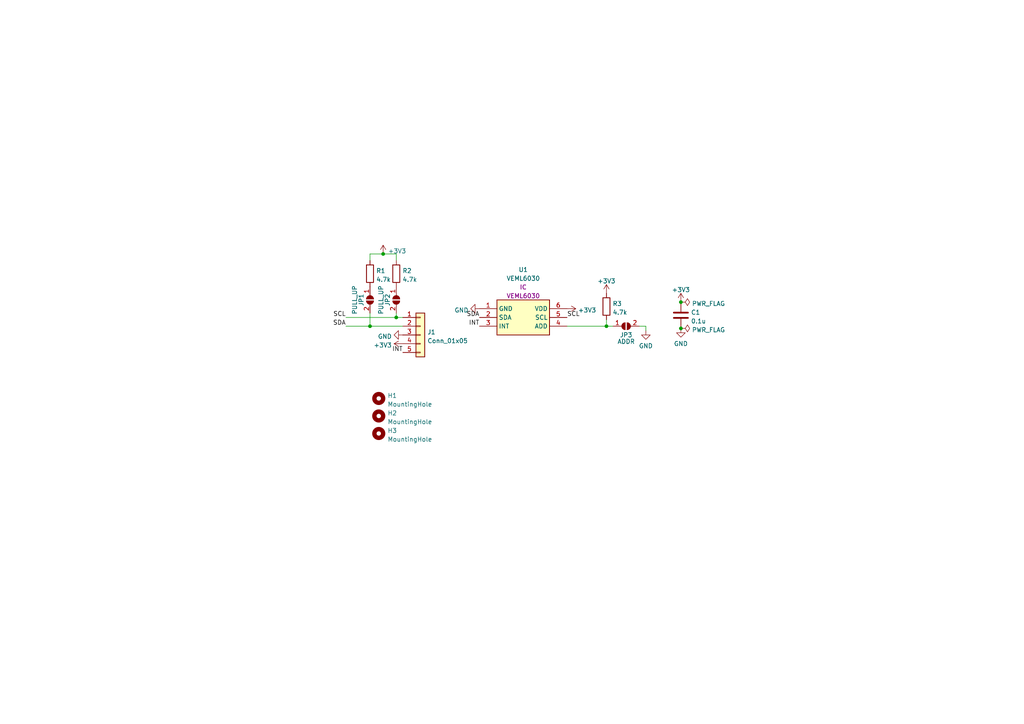
<source format=kicad_sch>
(kicad_sch (version 20211123) (generator eeschema)
  (paper "A4")
  (title_block (title "VEML6030 Breakout Board") (date "2024-05-09") (company "KIKS"))
  (lib_symbols
    (symbol "Connector_Generic:Conn_01x05" (pin_names (offset 1.016) hide)
      (property "Reference" "J" (at 0 7.62 0))
      (property "Value" "Conn_01x05" (at 0 -7.62 0))
      (symbol "Conn_01x05_1_1"
        (rectangle (start -1.27 -4.953) (end 0 -5.207) (stroke (width 0.1524)))
        (rectangle (start -1.27 -2.413) (end 0 -2.667) (stroke (width 0.1524)))
        (rectangle (start -1.27 0.127) (end 0 -0.127) (stroke (width 0.1524)))
        (rectangle (start -1.27 2.667) (end 0 2.413) (stroke (width 0.1524)))
        (rectangle (start -1.27 5.207) (end 0 4.953) (stroke (width 0.1524)))
        (rectangle (start -1.27 6.35) (end 1.27 -6.35) (stroke (width 0.254)) (fill (type background)))
        (pin passive line (at -5.08 5.08 0) (length 3.81) (name "Pin_1") (number "1"))
        (pin passive line (at -5.08 2.54 0) (length 3.81) (name "Pin_2") (number "2"))
        (pin passive line (at -5.08 0 0) (length 3.81) (name "Pin_3") (number "3"))
        (pin passive line (at -5.08 -2.54 0) (length 3.81) (name "Pin_4") (number "4"))
        (pin passive line (at -5.08 -5.08 0) (length 3.81) (name "Pin_5") (number "5"))
      )
    )
    (symbol "Device:C" (pin_numbers hide) (pin_names (offset 0.254))
      (property "Reference" "C" (at 0.635 2.54 0))
      (property "Value" "C" (at 0.635 -2.54 0))
      (symbol "C_0_1"
        (polyline (pts (xy -2.032 -0.762) (xy 2.032 -0.762)) (stroke (width 0.508)))
        (polyline (pts (xy -2.032 0.762) (xy 2.032 0.762)) (stroke (width 0.508)))
      )
      (symbol "C_1_1"
        (pin passive line (at 0 3.81 270) (length 2.794) (name "~") (number "1"))
        (pin passive line (at 0 -3.81 90) (length 2.794) (name "~") (number "2"))
      )
    )
    (symbol "Device:R" (pin_numbers hide) (pin_names (offset 0))
      (property "Reference" "R" (at 2.032 0 90))
      (property "Value" "R" (at 0 0 90))
      (symbol "R_0_1"
        (rectangle (start -1.016 -2.54) (end 1.016 2.54) (stroke (width 0.254)))
      )
      (symbol "R_1_1"
        (pin passive line (at 0 3.81 270) (length 1.27) (name "~") (number "1"))
        (pin passive line (at 0 -3.81 90) (length 1.27) (name "~") (number "2"))
      )
    )
    (symbol "Jumper:SolderJumper_2_Open" (pin_names (offset 0) hide)
      (property "Reference" "JP" (at 0 2.032 0))
      (property "Value" "SolderJumper_2_Open" (at 0 -2.54 0))
      (symbol "SolderJumper_2_Open_0_1"
        (arc (start -0.254 1.016) (mid -1.27 0) (end -0.254 -1.016))
        (arc (start -0.254 1.016) (mid -1.27 0) (end -0.254 -1.016) (fill (type outline)))
        (polyline (pts (xy -0.254 1.016) (xy -0.254 -1.016)))
        (polyline (pts (xy 0.254 1.016) (xy 0.254 -1.016)))
        (arc (start 0.254 -1.016) (mid 1.27 0) (end 0.254 1.016))
        (arc (start 0.254 -1.016) (mid 1.27 0) (end 0.254 1.016) (fill (type outline)))
      )
      (symbol "SolderJumper_2_Open_1_1"
        (pin passive line (at -3.81 0 0) (length 2.54) (name "A") (number "1"))
        (pin passive line (at 3.81 0 180) (length 2.54) (name "B") (number "2"))
      )
    )
    (symbol "Mechanical:MountingHole" (pin_names (offset 1.016))
      (property "Reference" "H" (at 0 5.08 0))
      (property "Value" "MountingHole" (at 0 3.175 0))
      (symbol "MountingHole_0_1"
        (circle (center 0 0) (radius 1.27) (stroke (width 1.27)))
      )
    )
    (symbol "illumi_sens:VEML6030"
      (property "Value" "VEML6030" (at 0 0 0))
      (property "Reference_1" "IC" (at 21.59 7.62 0))
      (property "Value_1" "VEML6030" (at 21.59 5.08 0))
      (symbol "VEML6030_1_1"
        (rectangle (start 5.08 2.54) (end 20.32 -7.62) (stroke (width 0.254)) (fill (type background)))
        (pin passive line (at 0 0 0) (length 5.08) (name "GND") (number "1"))
        (pin passive line (at 0 -2.54 0) (length 5.08) (name "SDA") (number "2"))
        (pin passive line (at 0 -5.08 0) (length 5.08) (name "INT") (number "3"))
        (pin passive line (at 25.4 -5.08 180) (length 5.08) (name "ADD") (number "4"))
        (pin passive line (at 25.4 -2.54 180) (length 5.08) (name "SCL") (number "5"))
        (pin passive line (at 25.4 0 180) (length 5.08) (name "VDD") (number "6"))
      )
    )
    (symbol "power:+3V3" (power) (pin_names (offset 0))
      (property "Value" "+3V3" (at 0 3.556 0))
      (symbol "+3V3_0_1"
        (polyline (pts (xy -0.762 1.27) (xy 0 2.54)))
        (polyline (pts (xy 0 0) (xy 0 2.54)))
        (polyline (pts (xy 0 2.54) (xy 0.762 1.27)))
      )
      (symbol "+3V3_1_1"
        (pin power_in line (at 0 0 90) (length 0) hide (name "+3V3") (number "1"))
      )
    )
    (symbol "power:GND" (power) (pin_names (offset 0))
      (property "Value" "GND" (at 0 -3.81 0))
      (symbol "GND_0_1"
        (polyline (pts (xy 0 0) (xy 0 -1.27) (xy 1.27 -1.27) (xy 0 -2.54) (xy -1.27 -1.27) (xy 0 -1.27)))
      )
      (symbol "GND_1_1"
        (pin power_in line (at 0 0 270) (length 0) hide (name "GND") (number "1"))
      )
    )
    (symbol "power:PWR_FLAG" (power) (pin_numbers hide) (pin_names (offset 0) hide)
      (property "Value" "PWR_FLAG" (at 0 3.81 0))
      (symbol "PWR_FLAG_0_0"
        (pin power_out line (at 0 0 90) (length 0) (name "pwr") (number "1"))
      )
      (symbol "PWR_FLAG_0_1"
        (polyline (pts (xy 0 0) (xy 0 1.27) (xy -1.016 1.905) (xy 0 2.54) (xy 1.016 1.905) (xy 0 1.27)))
      )
    )
  )
  (junction (at 107.315 94.615))
  (junction (at 175.895 94.615))
  (junction (at 114.935 92.075))
  (junction (at 197.485 95.25))
  (junction (at 197.485 87.63))
  (junction (at 111.125 73.66))
  (wire (pts (xy 100.33 94.615) (xy 107.315 94.615)))
  (wire (pts (xy 185.42 94.615) (xy 187.325 94.615)))
  (wire (pts (xy 107.315 73.66) (xy 111.125 73.66)))
  (wire (pts (xy 107.315 94.615) (xy 116.84 94.615)))
  (wire (pts (xy 100.33 92.075) (xy 114.935 92.075)))
  (wire (pts (xy 175.895 92.71) (xy 175.895 94.615)))
  (wire (pts (xy 107.315 75.565) (xy 107.315 73.66)))
  (wire (pts (xy 114.935 73.66) (xy 111.125 73.66)))
  (wire (pts (xy 164.465 94.615) (xy 175.895 94.615)))
  (wire (pts (xy 107.315 90.805) (xy 107.315 94.615)))
  (wire (pts (xy 175.895 94.615) (xy 177.8 94.615)))
  (wire (pts (xy 114.935 75.565) (xy 114.935 73.66)))
  (wire (pts (xy 114.935 92.075) (xy 116.84 92.075)))
  (wire (pts (xy 114.935 90.805) (xy 114.935 92.075)))
  (wire (pts (xy 187.325 94.615) (xy 187.325 95.885)))
  (label "SDA" (at 100.33 94.615 180))
  (label "INT" (at 116.84 102.235 180))
  (label "SCL" (at 100.33 92.075 180))
  (label "SCL" (at 164.465 92.075 0))
  (label "SDA" (at 139.065 92.075 180))
  (label "INT" (at 139.065 94.615 180))
  (symbol (lib_id "power:PWR_FLAG") (at 197.485 95.25 270) (unit 1)
    (property "Reference" "#FLG02" (effects hide))
    (property "Value" "PWR_FLAG" (at 200.66 95.6838 90) (effects (justify left)))
  )
  (symbol (lib_id "power:+3V3") (at 164.465 89.535 270) (unit 1)
    (property "Reference" "#PWR05" (effects hide))
    (property "Value" "+3V3" (at 167.64 89.9688 90) (effects (justify left)))
  )
  (symbol (lib_id "Device:R") (at 107.315 79.375 0) (unit 1)
    (property "Reference" "R1" (at 109.093 78.5403 0) (effects (justify left)))
    (property "Value" "4.7k" (at 109.093 81.0772 0) (effects (justify left)))
    (property "Footprint" "Resistor_SMD:R_0603_1608Metric_Pad0.98x0.95mm_HandSolder" (effects hide))
  )
  (symbol (lib_id "power:+3V3") (at 116.84 99.695 90) (unit 1)
    (property "Reference" "#PWR03" (effects hide))
    (property "Value" "+3V3" (at 113.665 100.1288 90) (effects (justify left)))
  )
  (symbol (lib_id "illumi_sens:VEML6030") (at 139.065 89.535 0) (unit 1)
    (property "Reference" "U1" (at 151.765 78.2214 0))
    (property "Value" "VEML6030" (at 151.765 80.7583 0))
    (property "Footprint" "illumi_sens:VEML6030" (effects hide))
    (property "Reference_1" "IC" (at 151.765 83.2952 0))
    (property "Value_1" "VEML6030" (at 151.765 85.8321 0))
    (property "Footprint_1" "VEML6030" (effects hide))
    (property "Datasheet_1" "https://www.vishay.com/docs/84366/veml6030.pdf" (effects hide))
    (property "Height" "0.87" (effects hide))
    (property "Mouser Part Number" "78-VEML6030" (effects hide))
    (property "Mouser Price/Stock" "https://www.mouser.co.uk/ProductDetail/Vishay-Semiconductors/VEML6030?qs=oeTp6q%252Bm7GMZCCnCKRrv4g%3D%3D" (effects hide))
    (property "Manufacturer_Name" "Vishay" (effects hide))
    (property "Manufacturer_Part_Number" "VEML6030" (effects hide))
  )
  (symbol (lib_id "Device:R") (at 175.895 88.9 0) (unit 1)
    (property "Reference" "R3" (at 177.673 88.0653 0) (effects (justify left)))
    (property "Value" "4.7k" (at 177.673 90.6022 0) (effects (justify left)))
    (property "Footprint" "Resistor_SMD:R_0603_1608Metric_Pad0.98x0.95mm_HandSolder" (effects hide))
  )
  (symbol (lib_id "Jumper:SolderJumper_2_Open") (at 107.315 86.995 270) (unit 1)
    (property "Reference" "JP1" (at 104.775 86.995 0))
    (property "Value" "PULL_UP" (at 102.87 86.995 0))
    (property "Footprint" "Jumper:SolderJumper-2_P1.3mm_Open_Pad1.0x1.5mm" (effects hide))
  )
  (symbol (lib_id "power:+3V3") (at 175.895 85.09 0) (unit 1)
    (property "Reference" "#PWR06" (effects hide))
    (property "Value" "+3V3" (at 175.895 81.5142 0))
  )
  (symbol (lib_id "Mechanical:MountingHole") (at 109.855 115.57 0) (unit 1)
    (property "Reference" "H1" (at 112.395 114.7353 0) (effects (justify left)))
    (property "Value" "MountingHole" (at 112.395 117.2722 0) (effects (justify left)))
    (property "Footprint" "MountingHole:MountingHole_3.2mm_M3_ISO7380" (effects hide))
  )
  (symbol (lib_id "Device:R") (at 114.935 79.375 0) (unit 1)
    (property "Reference" "R2" (at 116.713 78.5403 0) (effects (justify left)))
    (property "Value" "4.7k" (at 116.713 81.0772 0) (effects (justify left)))
    (property "Footprint" "Resistor_SMD:R_0603_1608Metric_Pad0.98x0.95mm_HandSolder" (effects hide))
  )
  (symbol (lib_id "power:GND") (at 139.065 89.535 270) (unit 1)
    (property "Reference" "#PWR04" (effects hide))
    (property "Value" "GND" (at 135.8901 89.9688 90) (effects (justify right)))
  )
  (symbol (lib_id "Jumper:SolderJumper_2_Open") (at 181.61 94.615 0) (unit 1)
    (property "Reference" "JP3" (at 181.61 97.155 0))
    (property "Value" "ADDR" (at 181.61 99.06 0))
    (property "Footprint" "Jumper:SolderJumper-2_P1.3mm_Open_Pad1.0x1.5mm" (effects hide))
  )
  (symbol (lib_id "Jumper:SolderJumper_2_Open") (at 114.935 86.995 270) (unit 1)
    (property "Reference" "JP2" (at 112.395 86.995 0))
    (property "Value" "PULL_UP" (at 110.49 86.995 0))
    (property "Footprint" "Jumper:SolderJumper-2_P1.3mm_Open_Pad1.0x1.5mm" (effects hide))
  )
  (symbol (lib_id "power:GND") (at 116.84 97.155 270) (unit 1)
    (property "Reference" "#PWR02" (effects hide))
    (property "Value" "GND" (at 113.6651 97.5888 90) (effects (justify right)))
  )
  (symbol (lib_id "Connector_Generic:Conn_01x05") (at 121.92 97.155 0) (unit 1)
    (property "Reference" "J1" (at 123.952 96.3203 0) (effects (justify left)))
    (property "Value" "Conn_01x05" (at 123.952 98.8572 0) (effects (justify left)))
    (property "Footprint" "Connector_JST:JST_XH_S5B-XH-A_1x05_P2.50mm_Horizontal" (effects hide))
  )
  (symbol (lib_id "power:+3V3") (at 111.125 73.66 0) (unit 1)
    (property "Reference" "#PWR01" (effects hide))
    (property "Value" "+3V3" (at 112.522 72.8238 0) (effects (justify left)))
  )
  (symbol (lib_id "power:PWR_FLAG") (at 197.485 87.63 270) (unit 1)
    (property "Reference" "#FLG01" (effects hide))
    (property "Value" "PWR_FLAG" (at 200.66 88.0638 90) (effects (justify left)))
  )
  (symbol (lib_id "power:GND") (at 187.325 95.885 0) (unit 1)
    (property "Reference" "#PWR07" (effects hide))
    (property "Value" "GND" (at 187.325 100.3284 0))
  )
  (symbol (lib_id "Mechanical:MountingHole") (at 109.855 120.65 0) (unit 1)
    (property "Reference" "H2" (at 112.395 119.8153 0) (effects (justify left)))
    (property "Value" "MountingHole" (at 112.395 122.3522 0) (effects (justify left)))
    (property "Footprint" "MountingHole:MountingHole_3.2mm_M3_ISO7380" (effects hide))
  )
  (symbol (lib_id "Device:C") (at 197.485 91.44 0) (unit 1)
    (property "Reference" "C1" (at 200.406 90.6053 0) (effects (justify left)))
    (property "Value" "0.1u" (at 200.406 93.1422 0) (effects (justify left)))
    (property "Footprint" "Capacitor_SMD:C_0603_1608Metric_Pad1.08x0.95mm_HandSolder" (effects hide))
  )
  (symbol (lib_id "Mechanical:MountingHole") (at 109.855 125.73 0) (unit 1)
    (property "Reference" "H3" (at 112.395 124.8953 0) (effects (justify left)))
    (property "Value" "MountingHole" (at 112.395 127.4322 0) (effects (justify left)))
    (property "Footprint" "MountingHole:MountingHole_3.2mm_M3_ISO7380" (effects hide))
  )
  (symbol (lib_id "power:GND") (at 197.485 95.25 0) (unit 1)
    (property "Reference" "#PWR09" (effects hide))
    (property "Value" "GND" (at 197.485 99.6934 0))
  )
  (symbol (lib_id "power:+3V3") (at 197.485 87.63 0) (unit 1)
    (property "Reference" "#PWR08" (effects hide))
    (property "Value" "+3V3" (at 197.485 84.0542 0))
  )
)
</source>
